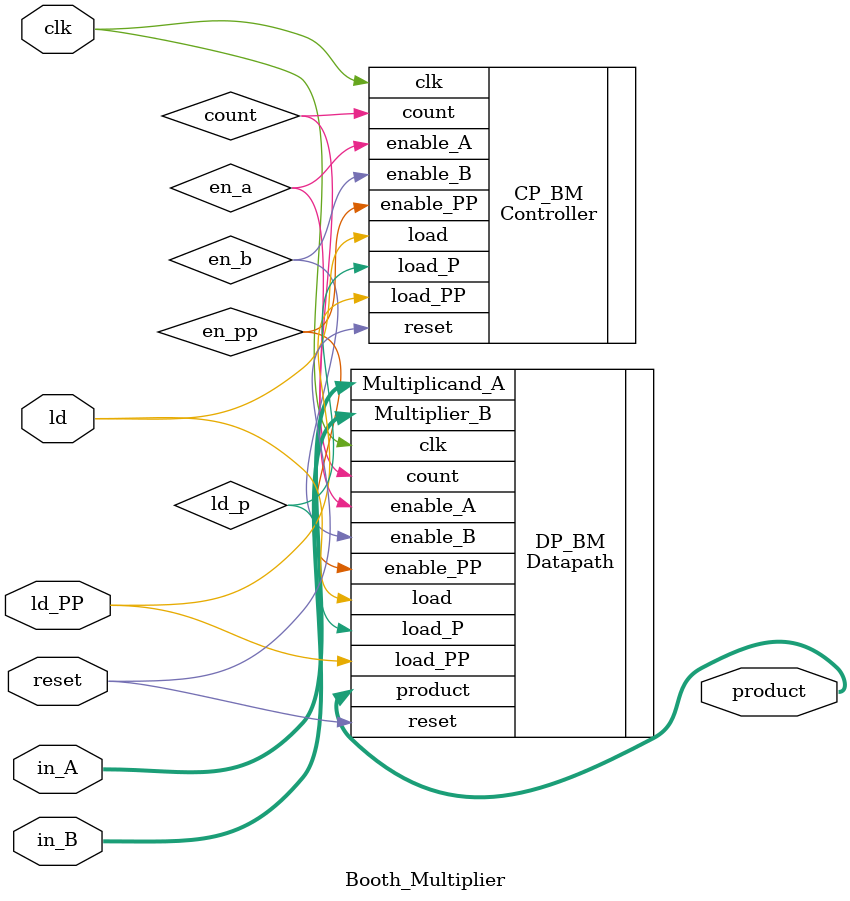
<source format=sv>
module Booth_Multiplier #(
  parameter Width_inputs = 16,
  parameter Width_PP = 33,         // Width of Partial Products
  parameter Width_product = 32
) (
  input logic  [Width_inputs-1:0] in_A,
  input logic  [Width_inputs-1:0] in_B,
    
  input logic                     clk,
  input logic                     reset,

  input logic                     ld_PP,  // load for Partial product
  input logic                     ld,     // load for inputs 

  output logic [Width_product-1:0] product
);
 
logic en_a, en_b,    //  Enable for multiplier and multiplicand
      en_pp,         //  Enable for Partial Products
      ld_p,          //  Load for Final product (i.e answer)
      count;          //  count 16-bits 

logic [Width_PP-1:0] pp;      // Partial product must be 33-bit 

// Booth Multiplier Datapath
Datapath DP_BM (
  .Multiplier_B(in_B),
  .Multiplicand_A(in_A),
  .enable_A(en_a),
  .enable_B(en_b),
  .enable_PP(en_pp),
  .load(ld),
  .load_PP(ld_PP),
  .load_P(ld_p),
  .count(count),
  .clk(clk),
  .reset(reset),
  .product(product)
);

// Booth Multiplier Controller
Controller CP_BM (
  .load(ld),
  .load_PP(ld_PP),
  .count(count),
  .clk(clk),
  .reset(reset),
  .load_P(ld_p),
  .enable_A(en_a),
  .enable_B(en_b),
  .enable_PP(en_pp)
);

endmodule

</source>
